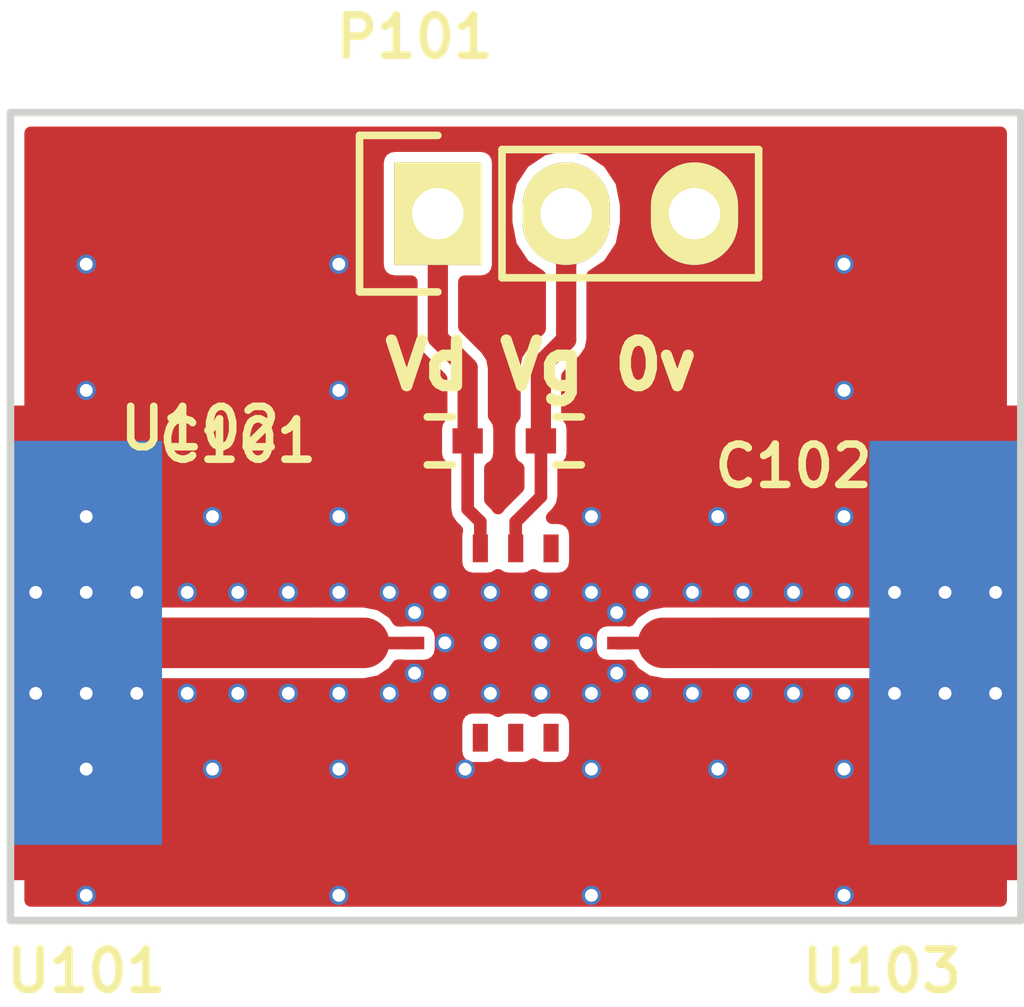
<source format=kicad_pcb>
(kicad_pcb (version 4) (host pcbnew 4.0.4-stable)

  (general
    (links 83)
    (no_connects 1)
    (area 131.468238 92.238 165.531762 112.342)
    (thickness 1.6)
    (drawings 5)
    (tracks 24)
    (zones 0)
    (modules 77)
    (nets 6)
  )

  (page A4)
  (layers
    (0 F.Cu signal)
    (1 In1.Cu signal)
    (2 In2.Cu signal)
    (31 B.Cu signal)
    (32 B.Adhes user)
    (33 F.Adhes user)
    (34 B.Paste user)
    (35 F.Paste user)
    (36 B.SilkS user)
    (37 F.SilkS user)
    (38 B.Mask user)
    (39 F.Mask user)
    (40 Dwgs.User user)
    (41 Cmts.User user)
    (42 Eco1.User user)
    (43 Eco2.User user)
    (44 Edge.Cuts user)
    (45 Margin user)
    (46 B.CrtYd user)
    (47 F.CrtYd user)
    (48 B.Fab user)
    (49 F.Fab user)
  )

  (setup
    (last_trace_width 0.25)
    (user_trace_width 0.4)
    (user_trace_width 1)
    (trace_clearance 0.127)
    (zone_clearance 0.508)
    (zone_45_only no)
    (trace_min 0.2)
    (segment_width 0.2)
    (edge_width 0.15)
    (via_size 0.6)
    (via_drill 0.4)
    (via_min_size 0.4)
    (via_min_drill 0.3)
    (uvia_size 0.3)
    (uvia_drill 0.1)
    (uvias_allowed no)
    (uvia_min_size 0.2)
    (uvia_min_drill 0.1)
    (pcb_text_width 0.3)
    (pcb_text_size 1.5 1.5)
    (mod_edge_width 0.15)
    (mod_text_size 0.8 0.8)
    (mod_text_width 0.15)
    (pad_size 0.381 0.381)
    (pad_drill 0.254)
    (pad_to_mask_clearance 0.05)
    (aux_axis_origin 0 0)
    (visible_elements FFFEFF7F)
    (pcbplotparams
      (layerselection 0x010f0_80000007)
      (usegerberextensions true)
      (excludeedgelayer true)
      (linewidth 0.100000)
      (plotframeref false)
      (viasonmask false)
      (mode 1)
      (useauxorigin false)
      (hpglpennumber 1)
      (hpglpenspeed 20)
      (hpglpendiameter 15)
      (hpglpenoverlay 2)
      (psnegative false)
      (psa4output false)
      (plotreference true)
      (plotvalue true)
      (plotinvisibletext false)
      (padsonsilk false)
      (subtractmaskfromsilk false)
      (outputformat 1)
      (mirror false)
      (drillshape 0)
      (scaleselection 1)
      (outputdirectory gerbs/))
  )

  (net 0 "")
  (net 1 "Net-(C101-Pad1)")
  (net 2 GND)
  (net 3 "Net-(C102-Pad1)")
  (net 4 "Net-(U101-Pad1)")
  (net 5 "Net-(U102-Pad4)")

  (net_class Default "This is the default net class."
    (clearance 0.127)
    (trace_width 0.25)
    (via_dia 0.6)
    (via_drill 0.4)
    (uvia_dia 0.3)
    (uvia_drill 0.1)
    (add_net GND)
    (add_net "Net-(C101-Pad1)")
    (add_net "Net-(C102-Pad1)")
    (add_net "Net-(U101-Pad1)")
    (add_net "Net-(U102-Pad4)")
  )

  (module vna_footprints:VIA_OSH4LAYER_MIN (layer F.Cu) (tedit 5809B035) (tstamp 5809B162)
    (at 148 106)
    (fp_text reference REF** (at 0 -2.5) (layer F.SilkS) hide
      (effects (font (size 1 1) (thickness 0.15)))
    )
    (fp_text value VIA_OSH4LAYER_MIN (at 0 -1.2) (layer F.Fab) hide
      (effects (font (size 1 1) (thickness 0.15)))
    )
    (pad 1 thru_hole circle (at 0 0) (size 0.381 0.381) (drill 0.254) (layers *.Cu)
      (net 2 GND))
  )

  (module vna_footprints:VIA_OSH4LAYER_MIN (layer F.Cu) (tedit 5809B035) (tstamp 5809B15E)
    (at 148 104)
    (fp_text reference REF** (at 0 -2.5) (layer F.SilkS) hide
      (effects (font (size 1 1) (thickness 0.15)))
    )
    (fp_text value VIA_OSH4LAYER_MIN (at 0 -1.2) (layer F.Fab) hide
      (effects (font (size 1 1) (thickness 0.15)))
    )
    (pad 1 thru_hole circle (at 0 0) (size 0.381 0.381) (drill 0.254) (layers *.Cu)
      (net 2 GND))
  )

  (module vna_footprints:VIA_OSH4LAYER_MIN (layer F.Cu) (tedit 5809B035) (tstamp 5809B159)
    (at 144 106)
    (fp_text reference REF** (at 0 -2.5) (layer F.SilkS) hide
      (effects (font (size 1 1) (thickness 0.15)))
    )
    (fp_text value VIA_OSH4LAYER_MIN (at 0 -1.2) (layer F.Fab) hide
      (effects (font (size 1 1) (thickness 0.15)))
    )
    (pad 1 thru_hole circle (at 0 0) (size 0.381 0.381) (drill 0.254) (layers *.Cu)
      (net 2 GND))
  )

  (module vna_footprints:VIA_OSH4LAYER_MIN (layer F.Cu) (tedit 5809B035) (tstamp 5809B154)
    (at 146.5 105.6)
    (fp_text reference REF** (at 0 -2.5) (layer F.SilkS) hide
      (effects (font (size 1 1) (thickness 0.15)))
    )
    (fp_text value VIA_OSH4LAYER_MIN (at 0 -1.2) (layer F.Fab) hide
      (effects (font (size 1 1) (thickness 0.15)))
    )
    (pad 1 thru_hole circle (at 0 0) (size 0.381 0.381) (drill 0.254) (layers *.Cu)
      (net 2 GND))
  )

  (module vna_footprints:VIA_OSH4LAYER_MIN (layer F.Cu) (tedit 5809B035) (tstamp 5809B150)
    (at 146.5 104.4)
    (fp_text reference REF** (at 0 -2.5) (layer F.SilkS) hide
      (effects (font (size 1 1) (thickness 0.15)))
    )
    (fp_text value VIA_OSH4LAYER_MIN (at 0 -1.2) (layer F.Fab) hide
      (effects (font (size 1 1) (thickness 0.15)))
    )
    (pad 1 thru_hole circle (at 0 0) (size 0.381 0.381) (drill 0.254) (layers *.Cu)
      (net 2 GND))
  )

  (module vna_footprints:VIA_OSH4LAYER_MIN (layer F.Cu) (tedit 5809B035) (tstamp 5809B14C)
    (at 150.5 104.4)
    (fp_text reference REF** (at 0 -2.5) (layer F.SilkS) hide
      (effects (font (size 1 1) (thickness 0.15)))
    )
    (fp_text value VIA_OSH4LAYER_MIN (at 0 -1.2) (layer F.Fab) hide
      (effects (font (size 1 1) (thickness 0.15)))
    )
    (pad 1 thru_hole circle (at 0 0) (size 0.381 0.381) (drill 0.254) (layers *.Cu)
      (net 2 GND))
  )

  (module vna_footprints:VIA_OSH4LAYER_MIN (layer F.Cu) (tedit 5809B035) (tstamp 5809B148)
    (at 150.5 105.6)
    (fp_text reference REF** (at 0 -2.5) (layer F.SilkS) hide
      (effects (font (size 1 1) (thickness 0.15)))
    )
    (fp_text value VIA_OSH4LAYER_MIN (at 0 -1.2) (layer F.Fab) hide
      (effects (font (size 1 1) (thickness 0.15)))
    )
    (pad 1 thru_hole circle (at 0 0) (size 0.381 0.381) (drill 0.254) (layers *.Cu)
      (net 2 GND))
  )

  (module vna_footprints:VIA_OSH4LAYER_MIN (layer F.Cu) (tedit 5809B035) (tstamp 5809B144)
    (at 149.9 105)
    (fp_text reference REF** (at 0 -2.5) (layer F.SilkS) hide
      (effects (font (size 1 1) (thickness 0.15)))
    )
    (fp_text value VIA_OSH4LAYER_MIN (at 0 -1.2) (layer F.Fab) hide
      (effects (font (size 1 1) (thickness 0.15)))
    )
    (pad 1 thru_hole circle (at 0 0) (size 0.381 0.381) (drill 0.254) (layers *.Cu)
      (net 2 GND))
  )

  (module vna_footprints:VIA_OSH4LAYER_MIN (layer F.Cu) (tedit 5809B035) (tstamp 5809B140)
    (at 147.1 105)
    (fp_text reference REF** (at 0 -2.5) (layer F.SilkS) hide
      (effects (font (size 1 1) (thickness 0.15)))
    )
    (fp_text value VIA_OSH4LAYER_MIN (at 0 -1.2) (layer F.Fab) hide
      (effects (font (size 1 1) (thickness 0.15)))
    )
    (pad 1 thru_hole circle (at 0 0) (size 0.381 0.381) (drill 0.254) (layers *.Cu)
      (net 2 GND))
  )

  (module vna_footprints:VIA_OSH4LAYER_MIN (layer F.Cu) (tedit 5809B035) (tstamp 5809B136)
    (at 155 110)
    (fp_text reference REF** (at 0 -2.5) (layer F.SilkS) hide
      (effects (font (size 1 1) (thickness 0.15)))
    )
    (fp_text value VIA_OSH4LAYER_MIN (at 0 -1.2) (layer F.Fab) hide
      (effects (font (size 1 1) (thickness 0.15)))
    )
    (pad 1 thru_hole circle (at 0 0) (size 0.381 0.381) (drill 0.254) (layers *.Cu)
      (net 2 GND))
  )

  (module vna_footprints:VIA_OSH4LAYER_MIN (layer F.Cu) (tedit 5809B035) (tstamp 5809B132)
    (at 150 110)
    (fp_text reference REF** (at 0 -2.5) (layer F.SilkS) hide
      (effects (font (size 1 1) (thickness 0.15)))
    )
    (fp_text value VIA_OSH4LAYER_MIN (at 0 -1.2) (layer F.Fab) hide
      (effects (font (size 1 1) (thickness 0.15)))
    )
    (pad 1 thru_hole circle (at 0 0) (size 0.381 0.381) (drill 0.254) (layers *.Cu)
      (net 2 GND))
  )

  (module vna_footprints:VIA_OSH4LAYER_MIN (layer F.Cu) (tedit 5809B035) (tstamp 5809B12E)
    (at 145 110)
    (fp_text reference REF** (at 0 -2.5) (layer F.SilkS) hide
      (effects (font (size 1 1) (thickness 0.15)))
    )
    (fp_text value VIA_OSH4LAYER_MIN (at 0 -1.2) (layer F.Fab) hide
      (effects (font (size 1 1) (thickness 0.15)))
    )
    (pad 1 thru_hole circle (at 0 0) (size 0.381 0.381) (drill 0.254) (layers *.Cu)
      (net 2 GND))
  )

  (module vna_footprints:VIA_OSH4LAYER_MIN (layer F.Cu) (tedit 5809B035) (tstamp 5809B12A)
    (at 140 110)
    (fp_text reference REF** (at 0 -2.5) (layer F.SilkS) hide
      (effects (font (size 1 1) (thickness 0.15)))
    )
    (fp_text value VIA_OSH4LAYER_MIN (at 0 -1.2) (layer F.Fab) hide
      (effects (font (size 1 1) (thickness 0.15)))
    )
    (pad 1 thru_hole circle (at 0 0) (size 0.381 0.381) (drill 0.254) (layers *.Cu)
      (net 2 GND))
  )

  (module vna_footprints:VIA_OSH4LAYER_MIN (layer F.Cu) (tedit 5809B035) (tstamp 5809B126)
    (at 140 100)
    (fp_text reference REF** (at 0 -2.5) (layer F.SilkS) hide
      (effects (font (size 1 1) (thickness 0.15)))
    )
    (fp_text value VIA_OSH4LAYER_MIN (at 0 -1.2) (layer F.Fab) hide
      (effects (font (size 1 1) (thickness 0.15)))
    )
    (pad 1 thru_hole circle (at 0 0) (size 0.381 0.381) (drill 0.254) (layers *.Cu)
      (net 2 GND))
  )

  (module vna_footprints:VIA_OSH4LAYER_MIN (layer F.Cu) (tedit 5809B035) (tstamp 5809B122)
    (at 145 100)
    (fp_text reference REF** (at 0 -2.5) (layer F.SilkS) hide
      (effects (font (size 1 1) (thickness 0.15)))
    )
    (fp_text value VIA_OSH4LAYER_MIN (at 0 -1.2) (layer F.Fab) hide
      (effects (font (size 1 1) (thickness 0.15)))
    )
    (pad 1 thru_hole circle (at 0 0) (size 0.381 0.381) (drill 0.254) (layers *.Cu)
      (net 2 GND))
  )

  (module vna_footprints:VIA_OSH4LAYER_MIN (layer F.Cu) (tedit 5809B035) (tstamp 5809B11E)
    (at 155 100)
    (fp_text reference REF** (at 0 -2.5) (layer F.SilkS) hide
      (effects (font (size 1 1) (thickness 0.15)))
    )
    (fp_text value VIA_OSH4LAYER_MIN (at 0 -1.2) (layer F.Fab) hide
      (effects (font (size 1 1) (thickness 0.15)))
    )
    (pad 1 thru_hole circle (at 0 0) (size 0.381 0.381) (drill 0.254) (layers *.Cu)
      (net 2 GND))
  )

  (module vna_footprints:VIA_OSH4LAYER_MIN (layer F.Cu) (tedit 5809B035) (tstamp 5809B11A)
    (at 155 97.5)
    (fp_text reference REF** (at 0 -2.5) (layer F.SilkS) hide
      (effects (font (size 1 1) (thickness 0.15)))
    )
    (fp_text value VIA_OSH4LAYER_MIN (at 0 -1.2) (layer F.Fab) hide
      (effects (font (size 1 1) (thickness 0.15)))
    )
    (pad 1 thru_hole circle (at 0 0) (size 0.381 0.381) (drill 0.254) (layers *.Cu)
      (net 2 GND))
  )

  (module vna_footprints:VIA_OSH4LAYER_MIN (layer F.Cu) (tedit 5809B035) (tstamp 5809B116)
    (at 145 97.5)
    (fp_text reference REF** (at 0 -2.5) (layer F.SilkS) hide
      (effects (font (size 1 1) (thickness 0.15)))
    )
    (fp_text value VIA_OSH4LAYER_MIN (at 0 -1.2) (layer F.Fab) hide
      (effects (font (size 1 1) (thickness 0.15)))
    )
    (pad 1 thru_hole circle (at 0 0) (size 0.381 0.381) (drill 0.254) (layers *.Cu)
      (net 2 GND))
  )

  (module vna_footprints:VIA_OSH4LAYER_MIN (layer F.Cu) (tedit 5809B035) (tstamp 5809B112)
    (at 140 97.5)
    (fp_text reference REF** (at 0 -2.5) (layer F.SilkS) hide
      (effects (font (size 1 1) (thickness 0.15)))
    )
    (fp_text value VIA_OSH4LAYER_MIN (at 0 -1.2) (layer F.Fab) hide
      (effects (font (size 1 1) (thickness 0.15)))
    )
    (pad 1 thru_hole circle (at 0 0) (size 0.381 0.381) (drill 0.254) (layers *.Cu)
      (net 2 GND))
  )

  (module vna_footprints:VIA_OSH4LAYER_MIN (layer F.Cu) (tedit 5809B035) (tstamp 5809B10E)
    (at 140 102.5)
    (fp_text reference REF** (at 0 -2.5) (layer F.SilkS) hide
      (effects (font (size 1 1) (thickness 0.15)))
    )
    (fp_text value VIA_OSH4LAYER_MIN (at 0 -1.2) (layer F.Fab) hide
      (effects (font (size 1 1) (thickness 0.15)))
    )
    (pad 1 thru_hole circle (at 0 0) (size 0.381 0.381) (drill 0.254) (layers *.Cu)
      (net 2 GND))
  )

  (module vna_footprints:VIA_OSH4LAYER_MIN (layer F.Cu) (tedit 5809B035) (tstamp 5809B10A)
    (at 140 107.5)
    (fp_text reference REF** (at 0 -2.5) (layer F.SilkS) hide
      (effects (font (size 1 1) (thickness 0.15)))
    )
    (fp_text value VIA_OSH4LAYER_MIN (at 0 -1.2) (layer F.Fab) hide
      (effects (font (size 1 1) (thickness 0.15)))
    )
    (pad 1 thru_hole circle (at 0 0) (size 0.381 0.381) (drill 0.254) (layers *.Cu)
      (net 2 GND))
  )

  (module vna_footprints:VIA_OSH4LAYER_MIN (layer F.Cu) (tedit 5809B035) (tstamp 5809B106)
    (at 142.5 107.5)
    (fp_text reference REF** (at 0 -2.5) (layer F.SilkS) hide
      (effects (font (size 1 1) (thickness 0.15)))
    )
    (fp_text value VIA_OSH4LAYER_MIN (at 0 -1.2) (layer F.Fab) hide
      (effects (font (size 1 1) (thickness 0.15)))
    )
    (pad 1 thru_hole circle (at 0 0) (size 0.381 0.381) (drill 0.254) (layers *.Cu)
      (net 2 GND))
  )

  (module vna_footprints:VIA_OSH4LAYER_MIN (layer F.Cu) (tedit 5809B035) (tstamp 5809B102)
    (at 142.5 102.5)
    (fp_text reference REF** (at 0 -2.5) (layer F.SilkS) hide
      (effects (font (size 1 1) (thickness 0.15)))
    )
    (fp_text value VIA_OSH4LAYER_MIN (at 0 -1.2) (layer F.Fab) hide
      (effects (font (size 1 1) (thickness 0.15)))
    )
    (pad 1 thru_hole circle (at 0 0) (size 0.381 0.381) (drill 0.254) (layers *.Cu)
      (net 2 GND))
  )

  (module vna_footprints:VIA_OSH4LAYER_MIN (layer F.Cu) (tedit 5809B035) (tstamp 5809B0FE)
    (at 147.5 107.5)
    (fp_text reference REF** (at 0 -2.5) (layer F.SilkS) hide
      (effects (font (size 1 1) (thickness 0.15)))
    )
    (fp_text value VIA_OSH4LAYER_MIN (at 0 -1.2) (layer F.Fab) hide
      (effects (font (size 1 1) (thickness 0.15)))
    )
    (pad 1 thru_hole circle (at 0 0) (size 0.381 0.381) (drill 0.254) (layers *.Cu)
      (net 2 GND))
  )

  (module vna_footprints:VIA_OSH4LAYER_MIN (layer F.Cu) (tedit 5809B035) (tstamp 5809B0FA)
    (at 145 107.5)
    (fp_text reference REF** (at 0 -2.5) (layer F.SilkS) hide
      (effects (font (size 1 1) (thickness 0.15)))
    )
    (fp_text value VIA_OSH4LAYER_MIN (at 0 -1.2) (layer F.Fab) hide
      (effects (font (size 1 1) (thickness 0.15)))
    )
    (pad 1 thru_hole circle (at 0 0) (size 0.381 0.381) (drill 0.254) (layers *.Cu)
      (net 2 GND))
  )

  (module vna_footprints:VIA_OSH4LAYER_MIN (layer F.Cu) (tedit 5809B035) (tstamp 5809B0F6)
    (at 145 102.5)
    (fp_text reference REF** (at 0 -2.5) (layer F.SilkS) hide
      (effects (font (size 1 1) (thickness 0.15)))
    )
    (fp_text value VIA_OSH4LAYER_MIN (at 0 -1.2) (layer F.Fab) hide
      (effects (font (size 1 1) (thickness 0.15)))
    )
    (pad 1 thru_hole circle (at 0 0) (size 0.381 0.381) (drill 0.254) (layers *.Cu)
      (net 2 GND))
  )

  (module vna_footprints:VIA_OSH4LAYER_MIN (layer F.Cu) (tedit 5809B035) (tstamp 5809B0F2)
    (at 150 102.5)
    (fp_text reference REF** (at 0 -2.5) (layer F.SilkS) hide
      (effects (font (size 1 1) (thickness 0.15)))
    )
    (fp_text value VIA_OSH4LAYER_MIN (at 0 -1.2) (layer F.Fab) hide
      (effects (font (size 1 1) (thickness 0.15)))
    )
    (pad 1 thru_hole circle (at 0 0) (size 0.381 0.381) (drill 0.254) (layers *.Cu)
      (net 2 GND))
  )

  (module vna_footprints:VIA_OSH4LAYER_MIN (layer F.Cu) (tedit 5809B035) (tstamp 5809B0EE)
    (at 150 107.5)
    (fp_text reference REF** (at 0 -2.5) (layer F.SilkS) hide
      (effects (font (size 1 1) (thickness 0.15)))
    )
    (fp_text value VIA_OSH4LAYER_MIN (at 0 -1.2) (layer F.Fab) hide
      (effects (font (size 1 1) (thickness 0.15)))
    )
    (pad 1 thru_hole circle (at 0 0) (size 0.381 0.381) (drill 0.254) (layers *.Cu)
      (net 2 GND))
  )

  (module vna_footprints:VIA_OSH4LAYER_MIN (layer F.Cu) (tedit 5809B035) (tstamp 5809B0EA)
    (at 152.5 107.5)
    (fp_text reference REF** (at 0 -2.5) (layer F.SilkS) hide
      (effects (font (size 1 1) (thickness 0.15)))
    )
    (fp_text value VIA_OSH4LAYER_MIN (at 0 -1.2) (layer F.Fab) hide
      (effects (font (size 1 1) (thickness 0.15)))
    )
    (pad 1 thru_hole circle (at 0 0) (size 0.381 0.381) (drill 0.254) (layers *.Cu)
      (net 2 GND))
  )

  (module vna_footprints:VIA_OSH4LAYER_MIN (layer F.Cu) (tedit 5809B035) (tstamp 5809B0E6)
    (at 152.5 102.5)
    (fp_text reference REF** (at 0 -2.5) (layer F.SilkS) hide
      (effects (font (size 1 1) (thickness 0.15)))
    )
    (fp_text value VIA_OSH4LAYER_MIN (at 0 -1.2) (layer F.Fab) hide
      (effects (font (size 1 1) (thickness 0.15)))
    )
    (pad 1 thru_hole circle (at 0 0) (size 0.381 0.381) (drill 0.254) (layers *.Cu)
      (net 2 GND))
  )

  (module vna_footprints:VIA_OSH4LAYER_MIN (layer F.Cu) (tedit 5809B035) (tstamp 5809B0E2)
    (at 155 102.5)
    (fp_text reference REF** (at 0 -2.5) (layer F.SilkS) hide
      (effects (font (size 1 1) (thickness 0.15)))
    )
    (fp_text value VIA_OSH4LAYER_MIN (at 0 -1.2) (layer F.Fab) hide
      (effects (font (size 1 1) (thickness 0.15)))
    )
    (pad 1 thru_hole circle (at 0 0) (size 0.381 0.381) (drill 0.254) (layers *.Cu)
      (net 2 GND))
  )

  (module vna_footprints:VIA_OSH4LAYER_MIN (layer F.Cu) (tedit 5809B035) (tstamp 5809B0DE)
    (at 155 107.5)
    (fp_text reference REF** (at 0 -2.5) (layer F.SilkS) hide
      (effects (font (size 1 1) (thickness 0.15)))
    )
    (fp_text value VIA_OSH4LAYER_MIN (at 0 -1.2) (layer F.Fab) hide
      (effects (font (size 1 1) (thickness 0.15)))
    )
    (pad 1 thru_hole circle (at 0 0) (size 0.381 0.381) (drill 0.254) (layers *.Cu)
      (net 2 GND))
  )

  (module vna_footprints:VIA_OSH4LAYER_MIN (layer F.Cu) (tedit 5809B035) (tstamp 5809B0D5)
    (at 158 106)
    (fp_text reference REF** (at 0 -2.5) (layer F.SilkS) hide
      (effects (font (size 1 1) (thickness 0.15)))
    )
    (fp_text value VIA_OSH4LAYER_MIN (at 0 -1.2) (layer F.Fab) hide
      (effects (font (size 1 1) (thickness 0.15)))
    )
    (pad 1 thru_hole circle (at 0 0) (size 0.381 0.381) (drill 0.254) (layers *.Cu)
      (net 2 GND))
  )

  (module vna_footprints:VIA_OSH4LAYER_MIN (layer F.Cu) (tedit 5809B035) (tstamp 5809B0D1)
    (at 157 106)
    (fp_text reference REF** (at 0 -2.5) (layer F.SilkS) hide
      (effects (font (size 1 1) (thickness 0.15)))
    )
    (fp_text value VIA_OSH4LAYER_MIN (at 0 -1.2) (layer F.Fab) hide
      (effects (font (size 1 1) (thickness 0.15)))
    )
    (pad 1 thru_hole circle (at 0 0) (size 0.381 0.381) (drill 0.254) (layers *.Cu)
      (net 2 GND))
  )

  (module vna_footprints:VIA_OSH4LAYER_MIN (layer F.Cu) (tedit 5809B035) (tstamp 5809B0CD)
    (at 156 106)
    (fp_text reference REF** (at 0 -2.5) (layer F.SilkS) hide
      (effects (font (size 1 1) (thickness 0.15)))
    )
    (fp_text value VIA_OSH4LAYER_MIN (at 0 -1.2) (layer F.Fab) hide
      (effects (font (size 1 1) (thickness 0.15)))
    )
    (pad 1 thru_hole circle (at 0 0) (size 0.381 0.381) (drill 0.254) (layers *.Cu)
      (net 2 GND))
  )

  (module vna_footprints:VIA_OSH4LAYER_MIN (layer F.Cu) (tedit 5809B035) (tstamp 5809B0C9)
    (at 155 106)
    (fp_text reference REF** (at 0 -2.5) (layer F.SilkS) hide
      (effects (font (size 1 1) (thickness 0.15)))
    )
    (fp_text value VIA_OSH4LAYER_MIN (at 0 -1.2) (layer F.Fab) hide
      (effects (font (size 1 1) (thickness 0.15)))
    )
    (pad 1 thru_hole circle (at 0 0) (size 0.381 0.381) (drill 0.254) (layers *.Cu)
      (net 2 GND))
  )

  (module vna_footprints:VIA_OSH4LAYER_MIN (layer F.Cu) (tedit 5809B035) (tstamp 5809B0C5)
    (at 154 106)
    (fp_text reference REF** (at 0 -2.5) (layer F.SilkS) hide
      (effects (font (size 1 1) (thickness 0.15)))
    )
    (fp_text value VIA_OSH4LAYER_MIN (at 0 -1.2) (layer F.Fab) hide
      (effects (font (size 1 1) (thickness 0.15)))
    )
    (pad 1 thru_hole circle (at 0 0) (size 0.381 0.381) (drill 0.254) (layers *.Cu)
      (net 2 GND))
  )

  (module vna_footprints:VIA_OSH4LAYER_MIN (layer F.Cu) (tedit 5809B035) (tstamp 5809B0C1)
    (at 153 106)
    (fp_text reference REF** (at 0 -2.5) (layer F.SilkS) hide
      (effects (font (size 1 1) (thickness 0.15)))
    )
    (fp_text value VIA_OSH4LAYER_MIN (at 0 -1.2) (layer F.Fab) hide
      (effects (font (size 1 1) (thickness 0.15)))
    )
    (pad 1 thru_hole circle (at 0 0) (size 0.381 0.381) (drill 0.254) (layers *.Cu)
      (net 2 GND))
  )

  (module vna_footprints:VIA_OSH4LAYER_MIN (layer F.Cu) (tedit 5809B035) (tstamp 5809B0BD)
    (at 152 106)
    (fp_text reference REF** (at 0 -2.5) (layer F.SilkS) hide
      (effects (font (size 1 1) (thickness 0.15)))
    )
    (fp_text value VIA_OSH4LAYER_MIN (at 0 -1.2) (layer F.Fab) hide
      (effects (font (size 1 1) (thickness 0.15)))
    )
    (pad 1 thru_hole circle (at 0 0) (size 0.381 0.381) (drill 0.254) (layers *.Cu)
      (net 2 GND))
  )

  (module vna_footprints:VIA_OSH4LAYER_MIN (layer F.Cu) (tedit 5809B035) (tstamp 5809B0B9)
    (at 151 106)
    (fp_text reference REF** (at 0 -2.5) (layer F.SilkS) hide
      (effects (font (size 1 1) (thickness 0.15)))
    )
    (fp_text value VIA_OSH4LAYER_MIN (at 0 -1.2) (layer F.Fab) hide
      (effects (font (size 1 1) (thickness 0.15)))
    )
    (pad 1 thru_hole circle (at 0 0) (size 0.381 0.381) (drill 0.254) (layers *.Cu)
      (net 2 GND))
  )

  (module vna_footprints:VIA_OSH4LAYER_MIN (layer F.Cu) (tedit 5809B035) (tstamp 5809B0B5)
    (at 150 106)
    (fp_text reference REF** (at 0 -2.5) (layer F.SilkS) hide
      (effects (font (size 1 1) (thickness 0.15)))
    )
    (fp_text value VIA_OSH4LAYER_MIN (at 0 -1.2) (layer F.Fab) hide
      (effects (font (size 1 1) (thickness 0.15)))
    )
    (pad 1 thru_hole circle (at 0 0) (size 0.381 0.381) (drill 0.254) (layers *.Cu)
      (net 2 GND))
  )

  (module vna_footprints:VIA_OSH4LAYER_MIN (layer F.Cu) (tedit 5809B035) (tstamp 5809B0B1)
    (at 149 106)
    (fp_text reference REF** (at 0 -2.5) (layer F.SilkS) hide
      (effects (font (size 1 1) (thickness 0.15)))
    )
    (fp_text value VIA_OSH4LAYER_MIN (at 0 -1.2) (layer F.Fab) hide
      (effects (font (size 1 1) (thickness 0.15)))
    )
    (pad 1 thru_hole circle (at 0 0) (size 0.381 0.381) (drill 0.254) (layers *.Cu)
      (net 2 GND))
  )

  (module vna_footprints:VIA_OSH4LAYER_MIN (layer F.Cu) (tedit 5809B035) (tstamp 5809B0AD)
    (at 149 105)
    (fp_text reference REF** (at 0 -2.5) (layer F.SilkS) hide
      (effects (font (size 1 1) (thickness 0.15)))
    )
    (fp_text value VIA_OSH4LAYER_MIN (at 0 -1.2) (layer F.Fab) hide
      (effects (font (size 1 1) (thickness 0.15)))
    )
    (pad 1 thru_hole circle (at 0 0) (size 0.381 0.381) (drill 0.254) (layers *.Cu)
      (net 2 GND))
  )

  (module vna_footprints:VIA_OSH4LAYER_MIN (layer F.Cu) (tedit 5809B035) (tstamp 5809B0A9)
    (at 149 104)
    (fp_text reference REF** (at 0 -2.5) (layer F.SilkS) hide
      (effects (font (size 1 1) (thickness 0.15)))
    )
    (fp_text value VIA_OSH4LAYER_MIN (at 0 -1.2) (layer F.Fab) hide
      (effects (font (size 1 1) (thickness 0.15)))
    )
    (pad 1 thru_hole circle (at 0 0) (size 0.381 0.381) (drill 0.254) (layers *.Cu)
      (net 2 GND))
  )

  (module vna_footprints:VIA_OSH4LAYER_MIN (layer F.Cu) (tedit 5809B035) (tstamp 5809B0A5)
    (at 150 104)
    (fp_text reference REF** (at 0 -2.5) (layer F.SilkS) hide
      (effects (font (size 1 1) (thickness 0.15)))
    )
    (fp_text value VIA_OSH4LAYER_MIN (at 0 -1.2) (layer F.Fab) hide
      (effects (font (size 1 1) (thickness 0.15)))
    )
    (pad 1 thru_hole circle (at 0 0) (size 0.381 0.381) (drill 0.254) (layers *.Cu)
      (net 2 GND))
  )

  (module vna_footprints:VIA_OSH4LAYER_MIN (layer F.Cu) (tedit 5809B035) (tstamp 5809B0A1)
    (at 151 104)
    (fp_text reference REF** (at 0 -2.5) (layer F.SilkS) hide
      (effects (font (size 1 1) (thickness 0.15)))
    )
    (fp_text value VIA_OSH4LAYER_MIN (at 0 -1.2) (layer F.Fab) hide
      (effects (font (size 1 1) (thickness 0.15)))
    )
    (pad 1 thru_hole circle (at 0 0) (size 0.381 0.381) (drill 0.254) (layers *.Cu)
      (net 2 GND))
  )

  (module vna_footprints:VIA_OSH4LAYER_MIN (layer F.Cu) (tedit 5809B035) (tstamp 5809B09D)
    (at 152 104)
    (fp_text reference REF** (at 0 -2.5) (layer F.SilkS) hide
      (effects (font (size 1 1) (thickness 0.15)))
    )
    (fp_text value VIA_OSH4LAYER_MIN (at 0 -1.2) (layer F.Fab) hide
      (effects (font (size 1 1) (thickness 0.15)))
    )
    (pad 1 thru_hole circle (at 0 0) (size 0.381 0.381) (drill 0.254) (layers *.Cu)
      (net 2 GND))
  )

  (module vna_footprints:VIA_OSH4LAYER_MIN (layer F.Cu) (tedit 5809B035) (tstamp 5809B099)
    (at 153 104)
    (fp_text reference REF** (at 0 -2.5) (layer F.SilkS) hide
      (effects (font (size 1 1) (thickness 0.15)))
    )
    (fp_text value VIA_OSH4LAYER_MIN (at 0 -1.2) (layer F.Fab) hide
      (effects (font (size 1 1) (thickness 0.15)))
    )
    (pad 1 thru_hole circle (at 0 0) (size 0.381 0.381) (drill 0.254) (layers *.Cu)
      (net 2 GND))
  )

  (module vna_footprints:VIA_OSH4LAYER_MIN (layer F.Cu) (tedit 5809B035) (tstamp 5809B095)
    (at 154 104)
    (fp_text reference REF** (at 0 -2.5) (layer F.SilkS) hide
      (effects (font (size 1 1) (thickness 0.15)))
    )
    (fp_text value VIA_OSH4LAYER_MIN (at 0 -1.2) (layer F.Fab) hide
      (effects (font (size 1 1) (thickness 0.15)))
    )
    (pad 1 thru_hole circle (at 0 0) (size 0.381 0.381) (drill 0.254) (layers *.Cu)
      (net 2 GND))
  )

  (module vna_footprints:VIA_OSH4LAYER_MIN (layer F.Cu) (tedit 5809B035) (tstamp 5809B091)
    (at 155 104)
    (fp_text reference REF** (at 0 -2.5) (layer F.SilkS) hide
      (effects (font (size 1 1) (thickness 0.15)))
    )
    (fp_text value VIA_OSH4LAYER_MIN (at 0 -1.2) (layer F.Fab) hide
      (effects (font (size 1 1) (thickness 0.15)))
    )
    (pad 1 thru_hole circle (at 0 0) (size 0.381 0.381) (drill 0.254) (layers *.Cu)
      (net 2 GND))
  )

  (module vna_footprints:VIA_OSH4LAYER_MIN (layer F.Cu) (tedit 5809B035) (tstamp 5809B08D)
    (at 156 104)
    (fp_text reference REF** (at 0 -2.5) (layer F.SilkS) hide
      (effects (font (size 1 1) (thickness 0.15)))
    )
    (fp_text value VIA_OSH4LAYER_MIN (at 0 -1.2) (layer F.Fab) hide
      (effects (font (size 1 1) (thickness 0.15)))
    )
    (pad 1 thru_hole circle (at 0 0) (size 0.381 0.381) (drill 0.254) (layers *.Cu)
      (net 2 GND))
  )

  (module vna_footprints:VIA_OSH4LAYER_MIN (layer F.Cu) (tedit 5809B035) (tstamp 5809B089)
    (at 157 104)
    (fp_text reference REF** (at 0 -2.5) (layer F.SilkS) hide
      (effects (font (size 1 1) (thickness 0.15)))
    )
    (fp_text value VIA_OSH4LAYER_MIN (at 0 -1.2) (layer F.Fab) hide
      (effects (font (size 1 1) (thickness 0.15)))
    )
    (pad 1 thru_hole circle (at 0 0) (size 0.381 0.381) (drill 0.254) (layers *.Cu)
      (net 2 GND))
  )

  (module vna_footprints:VIA_OSH4LAYER_MIN (layer F.Cu) (tedit 5809B035) (tstamp 5809B085)
    (at 158 104)
    (fp_text reference REF** (at 0 -2.5) (layer F.SilkS) hide
      (effects (font (size 1 1) (thickness 0.15)))
    )
    (fp_text value VIA_OSH4LAYER_MIN (at 0 -1.2) (layer F.Fab) hide
      (effects (font (size 1 1) (thickness 0.15)))
    )
    (pad 1 thru_hole circle (at 0 0) (size 0.381 0.381) (drill 0.254) (layers *.Cu)
      (net 2 GND))
  )

  (module vna_footprints:VIA_OSH4LAYER_MIN (layer F.Cu) (tedit 5809B035) (tstamp 5809B07F)
    (at 139 104)
    (fp_text reference REF** (at 0 -2.5) (layer F.SilkS) hide
      (effects (font (size 1 1) (thickness 0.15)))
    )
    (fp_text value VIA_OSH4LAYER_MIN (at 0 -1.2) (layer F.Fab) hide
      (effects (font (size 1 1) (thickness 0.15)))
    )
    (pad 1 thru_hole circle (at 0 0) (size 0.381 0.381) (drill 0.254) (layers *.Cu)
      (net 2 GND))
  )

  (module vna_footprints:VIA_OSH4LAYER_MIN (layer F.Cu) (tedit 5809B035) (tstamp 5809B07B)
    (at 139 106)
    (fp_text reference REF** (at 0 -2.5) (layer F.SilkS) hide
      (effects (font (size 1 1) (thickness 0.15)))
    )
    (fp_text value VIA_OSH4LAYER_MIN (at 0 -1.2) (layer F.Fab) hide
      (effects (font (size 1 1) (thickness 0.15)))
    )
    (pad 1 thru_hole circle (at 0 0) (size 0.381 0.381) (drill 0.254) (layers *.Cu)
      (net 2 GND))
  )

  (module vna_footprints:VIA_OSH4LAYER_MIN (layer F.Cu) (tedit 5809B035) (tstamp 5809B077)
    (at 140 106)
    (fp_text reference REF** (at 0 -2.5) (layer F.SilkS) hide
      (effects (font (size 1 1) (thickness 0.15)))
    )
    (fp_text value VIA_OSH4LAYER_MIN (at 0 -1.2) (layer F.Fab) hide
      (effects (font (size 1 1) (thickness 0.15)))
    )
    (pad 1 thru_hole circle (at 0 0) (size 0.381 0.381) (drill 0.254) (layers *.Cu)
      (net 2 GND))
  )

  (module vna_footprints:VIA_OSH4LAYER_MIN (layer F.Cu) (tedit 5809B035) (tstamp 5809B073)
    (at 141 106)
    (fp_text reference REF** (at 0 -2.5) (layer F.SilkS) hide
      (effects (font (size 1 1) (thickness 0.15)))
    )
    (fp_text value VIA_OSH4LAYER_MIN (at 0 -1.2) (layer F.Fab) hide
      (effects (font (size 1 1) (thickness 0.15)))
    )
    (pad 1 thru_hole circle (at 0 0) (size 0.381 0.381) (drill 0.254) (layers *.Cu)
      (net 2 GND))
  )

  (module vna_footprints:VIA_OSH4LAYER_MIN (layer F.Cu) (tedit 5809B035) (tstamp 5809B06F)
    (at 142 106)
    (fp_text reference REF** (at 0 -2.5) (layer F.SilkS) hide
      (effects (font (size 1 1) (thickness 0.15)))
    )
    (fp_text value VIA_OSH4LAYER_MIN (at 0 -1.2) (layer F.Fab) hide
      (effects (font (size 1 1) (thickness 0.15)))
    )
    (pad 1 thru_hole circle (at 0 0) (size 0.381 0.381) (drill 0.254) (layers *.Cu)
      (net 2 GND))
  )

  (module vna_footprints:VIA_OSH4LAYER_MIN (layer F.Cu) (tedit 5809B035) (tstamp 5809B06B)
    (at 143 106)
    (fp_text reference REF** (at 0 -2.5) (layer F.SilkS) hide
      (effects (font (size 1 1) (thickness 0.15)))
    )
    (fp_text value VIA_OSH4LAYER_MIN (at 0 -1.2) (layer F.Fab) hide
      (effects (font (size 1 1) (thickness 0.15)))
    )
    (pad 1 thru_hole circle (at 0 0) (size 0.381 0.381) (drill 0.254) (layers *.Cu)
      (net 2 GND))
  )

  (module vna_footprints:VIA_OSH4LAYER_MIN (layer F.Cu) (tedit 5809B035) (tstamp 5809B067)
    (at 145 106)
    (fp_text reference REF** (at 0 -2.5) (layer F.SilkS) hide
      (effects (font (size 1 1) (thickness 0.15)))
    )
    (fp_text value VIA_OSH4LAYER_MIN (at 0 -1.2) (layer F.Fab) hide
      (effects (font (size 1 1) (thickness 0.15)))
    )
    (pad 1 thru_hole circle (at 0 0) (size 0.381 0.381) (drill 0.254) (layers *.Cu)
      (net 2 GND))
  )

  (module vna_footprints:VIA_OSH4LAYER_MIN (layer F.Cu) (tedit 5809B035) (tstamp 5809B063)
    (at 146 106)
    (fp_text reference REF** (at 0 -2.5) (layer F.SilkS) hide
      (effects (font (size 1 1) (thickness 0.15)))
    )
    (fp_text value VIA_OSH4LAYER_MIN (at 0 -1.2) (layer F.Fab) hide
      (effects (font (size 1 1) (thickness 0.15)))
    )
    (pad 1 thru_hole circle (at 0 0) (size 0.381 0.381) (drill 0.254) (layers *.Cu)
      (net 2 GND))
  )

  (module vna_footprints:VIA_OSH4LAYER_MIN (layer F.Cu) (tedit 5809B035) (tstamp 5809B05F)
    (at 147 106)
    (fp_text reference REF** (at 0 -2.5) (layer F.SilkS) hide
      (effects (font (size 1 1) (thickness 0.15)))
    )
    (fp_text value VIA_OSH4LAYER_MIN (at 0 -1.2) (layer F.Fab) hide
      (effects (font (size 1 1) (thickness 0.15)))
    )
    (pad 1 thru_hole circle (at 0 0) (size 0.381 0.381) (drill 0.254) (layers *.Cu)
      (net 2 GND))
  )

  (module vna_footprints:VIA_OSH4LAYER_MIN (layer F.Cu) (tedit 5809B035) (tstamp 5809B05B)
    (at 148 105)
    (fp_text reference REF** (at 0 -2.5) (layer F.SilkS) hide
      (effects (font (size 1 1) (thickness 0.15)))
    )
    (fp_text value VIA_OSH4LAYER_MIN (at 0 -1.2) (layer F.Fab) hide
      (effects (font (size 1 1) (thickness 0.15)))
    )
    (pad 1 thru_hole circle (at 0 0) (size 0.381 0.381) (drill 0.254) (layers *.Cu)
      (net 2 GND))
  )

  (module vna_footprints:VIA_OSH4LAYER_MIN (layer F.Cu) (tedit 5809B035) (tstamp 5809B057)
    (at 147 104)
    (fp_text reference REF** (at 0 -2.5) (layer F.SilkS) hide
      (effects (font (size 1 1) (thickness 0.15)))
    )
    (fp_text value VIA_OSH4LAYER_MIN (at 0 -1.2) (layer F.Fab) hide
      (effects (font (size 1 1) (thickness 0.15)))
    )
    (pad 1 thru_hole circle (at 0 0) (size 0.381 0.381) (drill 0.254) (layers *.Cu)
      (net 2 GND))
  )

  (module vna_footprints:VIA_OSH4LAYER_MIN (layer F.Cu) (tedit 5809B035) (tstamp 5809B053)
    (at 146 104)
    (fp_text reference REF** (at 0 -2.5) (layer F.SilkS) hide
      (effects (font (size 1 1) (thickness 0.15)))
    )
    (fp_text value VIA_OSH4LAYER_MIN (at 0 -1.2) (layer F.Fab) hide
      (effects (font (size 1 1) (thickness 0.15)))
    )
    (pad 1 thru_hole circle (at 0 0) (size 0.381 0.381) (drill 0.254) (layers *.Cu)
      (net 2 GND))
  )

  (module vna_footprints:VIA_OSH4LAYER_MIN (layer F.Cu) (tedit 5809B035) (tstamp 5809B04F)
    (at 145 104)
    (fp_text reference REF** (at 0 -2.5) (layer F.SilkS) hide
      (effects (font (size 1 1) (thickness 0.15)))
    )
    (fp_text value VIA_OSH4LAYER_MIN (at 0 -1.2) (layer F.Fab) hide
      (effects (font (size 1 1) (thickness 0.15)))
    )
    (pad 1 thru_hole circle (at 0 0) (size 0.381 0.381) (drill 0.254) (layers *.Cu)
      (net 2 GND))
  )

  (module vna_footprints:VIA_OSH4LAYER_MIN (layer F.Cu) (tedit 5809B035) (tstamp 5809B04B)
    (at 144 104)
    (fp_text reference REF** (at 0 -2.5) (layer F.SilkS) hide
      (effects (font (size 1 1) (thickness 0.15)))
    )
    (fp_text value VIA_OSH4LAYER_MIN (at 0 -1.2) (layer F.Fab) hide
      (effects (font (size 1 1) (thickness 0.15)))
    )
    (pad 1 thru_hole circle (at 0 0) (size 0.381 0.381) (drill 0.254) (layers *.Cu)
      (net 2 GND))
  )

  (module vna_footprints:VIA_OSH4LAYER_MIN (layer F.Cu) (tedit 5809B035) (tstamp 5809B047)
    (at 143 104)
    (fp_text reference REF** (at 0 -2.5) (layer F.SilkS) hide
      (effects (font (size 1 1) (thickness 0.15)))
    )
    (fp_text value VIA_OSH4LAYER_MIN (at 0 -1.2) (layer F.Fab) hide
      (effects (font (size 1 1) (thickness 0.15)))
    )
    (pad 1 thru_hole circle (at 0 0) (size 0.381 0.381) (drill 0.254) (layers *.Cu)
      (net 2 GND))
  )

  (module vna_footprints:VIA_OSH4LAYER_MIN (layer F.Cu) (tedit 5809B035) (tstamp 5809B043)
    (at 142 104)
    (fp_text reference REF** (at 0 -2.5) (layer F.SilkS) hide
      (effects (font (size 1 1) (thickness 0.15)))
    )
    (fp_text value VIA_OSH4LAYER_MIN (at 0 -1.2) (layer F.Fab) hide
      (effects (font (size 1 1) (thickness 0.15)))
    )
    (pad 1 thru_hole circle (at 0 0) (size 0.381 0.381) (drill 0.254) (layers *.Cu)
      (net 2 GND))
  )

  (module vna_footprints:VIA_OSH4LAYER_MIN (layer F.Cu) (tedit 5809B035) (tstamp 5809B03F)
    (at 141 104)
    (fp_text reference REF** (at 0 -2.5) (layer F.SilkS) hide
      (effects (font (size 1 1) (thickness 0.15)))
    )
    (fp_text value VIA_OSH4LAYER_MIN (at 0 -1.2) (layer F.Fab) hide
      (effects (font (size 1 1) (thickness 0.15)))
    )
    (pad 1 thru_hole circle (at 0 0) (size 0.381 0.381) (drill 0.254) (layers *.Cu)
      (net 2 GND))
  )

  (module vna_footprints:VIA_OSH4LAYER_MIN (layer F.Cu) (tedit 5809B035) (tstamp 5809B03B)
    (at 140 104)
    (fp_text reference REF** (at 0 -2.5) (layer F.SilkS) hide
      (effects (font (size 1 1) (thickness 0.15)))
    )
    (fp_text value VIA_OSH4LAYER_MIN (at 0 -1.2) (layer F.Fab) hide
      (effects (font (size 1 1) (thickness 0.15)))
    )
    (pad 1 thru_hole circle (at 0 0) (size 0.381 0.381) (drill 0.254) (layers *.Cu)
      (net 2 GND))
  )

  (module Capacitors_SMD:C_0402 (layer F.Cu) (tedit 5415D599) (tstamp 5809AE0C)
    (at 147 101 180)
    (descr "Capacitor SMD 0402, reflow soldering, AVX (see smccp.pdf)")
    (tags "capacitor 0402")
    (path /5809ADA8)
    (attr smd)
    (fp_text reference C101 (at 4 0 180) (layer F.SilkS)
      (effects (font (size 0.8 0.8) (thickness 0.15)))
    )
    (fp_text value "100 nF" (at 0 1.7 180) (layer F.Fab)
      (effects (font (size 0.8 0.8) (thickness 0.15)))
    )
    (fp_line (start -1.15 -0.6) (end 1.15 -0.6) (layer F.CrtYd) (width 0.05))
    (fp_line (start -1.15 0.6) (end 1.15 0.6) (layer F.CrtYd) (width 0.05))
    (fp_line (start -1.15 -0.6) (end -1.15 0.6) (layer F.CrtYd) (width 0.05))
    (fp_line (start 1.15 -0.6) (end 1.15 0.6) (layer F.CrtYd) (width 0.05))
    (fp_line (start 0.25 -0.475) (end -0.25 -0.475) (layer F.SilkS) (width 0.15))
    (fp_line (start -0.25 0.475) (end 0.25 0.475) (layer F.SilkS) (width 0.15))
    (pad 1 smd rect (at -0.55 0 180) (size 0.6 0.5) (layers F.Cu F.Paste F.Mask)
      (net 1 "Net-(C101-Pad1)"))
    (pad 2 smd rect (at 0.55 0 180) (size 0.6 0.5) (layers F.Cu F.Paste F.Mask)
      (net 2 GND))
    (model Capacitors_SMD.3dshapes/C_0402.wrl
      (at (xyz 0 0 0))
      (scale (xyz 1 1 1))
      (rotate (xyz 0 0 0))
    )
  )

  (module Capacitors_SMD:C_0402 (layer F.Cu) (tedit 5415D599) (tstamp 5809AE12)
    (at 149.55 101)
    (descr "Capacitor SMD 0402, reflow soldering, AVX (see smccp.pdf)")
    (tags "capacitor 0402")
    (path /5809AE08)
    (attr smd)
    (fp_text reference C102 (at 4.45 0.5) (layer F.SilkS)
      (effects (font (size 0.8 0.8) (thickness 0.15)))
    )
    (fp_text value "100 nF" (at 0 1.7) (layer F.Fab)
      (effects (font (size 0.8 0.8) (thickness 0.15)))
    )
    (fp_line (start -1.15 -0.6) (end 1.15 -0.6) (layer F.CrtYd) (width 0.05))
    (fp_line (start -1.15 0.6) (end 1.15 0.6) (layer F.CrtYd) (width 0.05))
    (fp_line (start -1.15 -0.6) (end -1.15 0.6) (layer F.CrtYd) (width 0.05))
    (fp_line (start 1.15 -0.6) (end 1.15 0.6) (layer F.CrtYd) (width 0.05))
    (fp_line (start 0.25 -0.475) (end -0.25 -0.475) (layer F.SilkS) (width 0.15))
    (fp_line (start -0.25 0.475) (end 0.25 0.475) (layer F.SilkS) (width 0.15))
    (pad 1 smd rect (at -0.55 0) (size 0.6 0.5) (layers F.Cu F.Paste F.Mask)
      (net 3 "Net-(C102-Pad1)"))
    (pad 2 smd rect (at 0.55 0) (size 0.6 0.5) (layers F.Cu F.Paste F.Mask)
      (net 2 GND))
    (model Capacitors_SMD.3dshapes/C_0402.wrl
      (at (xyz 0 0 0))
      (scale (xyz 1 1 1))
      (rotate (xyz 0 0 0))
    )
  )

  (module Pin_Headers:Pin_Header_Straight_1x03 (layer F.Cu) (tedit 0) (tstamp 5809AE19)
    (at 146.96 96.5 90)
    (descr "Through hole pin header")
    (tags "pin header")
    (path /5809ACD6)
    (fp_text reference P101 (at 3.5 -0.46 180) (layer F.SilkS)
      (effects (font (size 0.8 0.8) (thickness 0.15)))
    )
    (fp_text value CONN_01X03 (at 0 -3.1 90) (layer F.Fab)
      (effects (font (size 0.8 0.8) (thickness 0.15)))
    )
    (fp_line (start -1.75 -1.75) (end -1.75 6.85) (layer F.CrtYd) (width 0.05))
    (fp_line (start 1.75 -1.75) (end 1.75 6.85) (layer F.CrtYd) (width 0.05))
    (fp_line (start -1.75 -1.75) (end 1.75 -1.75) (layer F.CrtYd) (width 0.05))
    (fp_line (start -1.75 6.85) (end 1.75 6.85) (layer F.CrtYd) (width 0.05))
    (fp_line (start -1.27 1.27) (end -1.27 6.35) (layer F.SilkS) (width 0.15))
    (fp_line (start -1.27 6.35) (end 1.27 6.35) (layer F.SilkS) (width 0.15))
    (fp_line (start 1.27 6.35) (end 1.27 1.27) (layer F.SilkS) (width 0.15))
    (fp_line (start 1.55 -1.55) (end 1.55 0) (layer F.SilkS) (width 0.15))
    (fp_line (start 1.27 1.27) (end -1.27 1.27) (layer F.SilkS) (width 0.15))
    (fp_line (start -1.55 0) (end -1.55 -1.55) (layer F.SilkS) (width 0.15))
    (fp_line (start -1.55 -1.55) (end 1.55 -1.55) (layer F.SilkS) (width 0.15))
    (pad 1 thru_hole rect (at 0 0 90) (size 2.032 1.7272) (drill 1.016) (layers *.Cu *.Mask F.SilkS)
      (net 1 "Net-(C101-Pad1)"))
    (pad 2 thru_hole oval (at 0 2.54 90) (size 2.032 1.7272) (drill 1.016) (layers *.Cu *.Mask F.SilkS)
      (net 3 "Net-(C102-Pad1)"))
    (pad 3 thru_hole oval (at 0 5.08 90) (size 2.032 1.7272) (drill 1.016) (layers *.Cu *.Mask F.SilkS)
      (net 2 GND))
    (model Pin_Headers.3dshapes/Pin_Header_Straight_1x03.wrl
      (at (xyz 0 -0.1 0))
      (scale (xyz 1 1 1))
      (rotate (xyz 0 0 90))
    )
  )

  (module vna_footprints:SMA_CPW_1MM_.2MM (layer F.Cu) (tedit 577AF781) (tstamp 5809AE21)
    (at 141.5 105 90)
    (path /5809AB8F)
    (fp_text reference U101 (at -6.5 -1.5 180) (layer F.SilkS)
      (effects (font (size 0.8 0.8) (thickness 0.15)))
    )
    (fp_text value CONN_SMA_2GND (at -6.5 4.6 180) (layer F.Fab)
      (effects (font (size 0.8 0.8) (thickness 0.15)))
    )
    (pad 1 smd rect (at 0 0 90) (size 1 6) (layers F.Cu F.Paste F.Mask)
      (net 4 "Net-(U101-Pad1)"))
    (pad 2 smd rect (at -2.7 0 90) (size 4 6) (layers F.Cu F.Paste F.Mask)
      (net 2 GND))
    (pad 2 smd rect (at 2.7 0 90) (size 4 6) (layers F.Cu F.Paste F.Mask)
      (net 2 GND))
    (pad 3 smd rect (at 0 -1.5) (size 3 8) (layers B.Cu B.Paste B.Mask)
      (net 2 GND))
  )

  (module vna_footprints:8QFN_5mm (layer F.Cu) (tedit 5809AD24) (tstamp 5809AE34)
    (at 148.5011 105.0036)
    (path /5809AB1E)
    (fp_text reference U102 (at -6.25 -4.25) (layer F.SilkS)
      (effects (font (size 0.8 0.8) (thickness 0.15)))
    )
    (fp_text value AMMP-6120 (at -4.25 -5.5) (layer F.Fab)
      (effects (font (size 0.8 0.8) (thickness 0.15)))
    )
    (pad 1 smd rect (at -0.7 -1.875) (size 0.3 0.55) (layers F.Cu F.Paste F.Mask)
      (net 1 "Net-(C101-Pad1)"))
    (pad 2 smd rect (at 0 -1.875) (size 0.3 0.55) (layers F.Cu F.Paste F.Mask)
      (net 3 "Net-(C102-Pad1)"))
    (pad 3 smd rect (at 0.7 -1.875) (size 0.3 0.55) (layers F.Cu F.Paste F.Mask))
    (pad 7 smd rect (at -0.7 1.875) (size 0.3 0.55) (layers F.Cu F.Paste F.Mask))
    (pad 6 smd rect (at 0 1.875) (size 0.3 0.55) (layers F.Cu F.Paste F.Mask))
    (pad 5 smd rect (at 0.7 1.875) (size 0.3 0.55) (layers F.Cu F.Paste F.Mask))
    (pad 4 smd rect (at 2 0 90) (size 0.25 0.38) (layers F.Cu F.Paste F.Mask)
      (net 5 "Net-(U102-Pad4)"))
    (pad 8 smd rect (at -2 0 90) (size 0.25 0.38) (layers F.Cu F.Paste F.Mask)
      (net 4 "Net-(U101-Pad1)"))
    (pad 9 smd rect (at 0 0) (size 2.49 2.79) (layers F.Cu F.Paste F.Mask)
      (net 2 GND))
    (pad 9 smd rect (at -1.8 -1.4) (size 1.04 1.47) (layers F.Cu F.Paste F.Mask)
      (net 2 GND))
    (pad 9 smd rect (at 1.8 -1.4) (size 1.04 1.47) (layers F.Cu F.Paste F.Mask)
      (net 2 GND))
    (pad 9 smd rect (at -1.8 1.4) (size 1.04 1.47) (layers F.Cu F.Paste F.Mask)
      (net 2 GND))
    (pad 9 smd rect (at 1.8 1.4) (size 1.04 1.47) (layers F.Cu F.Paste F.Mask)
      (net 2 GND))
    (pad 8 smd rect (at -2.3 0) (size 0.36 0.15) (layers F.Cu F.Paste F.Mask)
      (net 4 "Net-(U101-Pad1)"))
    (pad 4 smd rect (at 2.3 0) (size 0.36 0.15) (layers F.Cu F.Paste F.Mask)
      (net 5 "Net-(U102-Pad4)"))
  )

  (module vna_footprints:SMA_CPW_1MM_.2MM (layer F.Cu) (tedit 577AF781) (tstamp 5809AE3C)
    (at 155.5 105 270)
    (path /5809AC2D)
    (fp_text reference U103 (at 6.5 -0.25 360) (layer F.SilkS)
      (effects (font (size 0.8 0.8) (thickness 0.15)))
    )
    (fp_text value CONN_SMA_2GND (at -6.5 4.6 360) (layer F.Fab)
      (effects (font (size 0.8 0.8) (thickness 0.15)))
    )
    (pad 1 smd rect (at 0 0 270) (size 1 6) (layers F.Cu F.Paste F.Mask)
      (net 5 "Net-(U102-Pad4)"))
    (pad 2 smd rect (at -2.7 0 270) (size 4 6) (layers F.Cu F.Paste F.Mask)
      (net 2 GND))
    (pad 2 smd rect (at 2.7 0 270) (size 4 6) (layers F.Cu F.Paste F.Mask)
      (net 2 GND))
    (pad 3 smd rect (at 0 -1.5 180) (size 3 8) (layers B.Cu B.Paste B.Mask)
      (net 2 GND))
  )

  (gr_line (start 138.5 94.5) (end 138.5 110.5) (layer Edge.Cuts) (width 0.15))
  (gr_line (start 158.5 94.5) (end 138.5 94.5) (layer Edge.Cuts) (width 0.15))
  (gr_line (start 158.5 110.5) (end 158.5 94.5) (layer Edge.Cuts) (width 0.15))
  (gr_line (start 138.5 110.5) (end 158.5 110.5) (layer Edge.Cuts) (width 0.15))
  (gr_text "Vd Vg 0v" (at 149 99.5) (layer F.SilkS)
    (effects (font (size 0.9 0.9) (thickness 0.225)))
  )

  (segment (start 146.96 98.96) (end 146.96 97.5) (width 0.4) (layer F.Cu) (net 1))
  (segment (start 146.96 97.5) (end 146.96 97) (width 0.4) (layer F.Cu) (net 1))
  (segment (start 146.96 96.5) (end 146.96 97.5) (width 0.4) (layer F.Cu) (net 1))
  (segment (start 147.55 99.55) (end 146.96 98.96) (width 0.4) (layer F.Cu) (net 1))
  (segment (start 147.55 101) (end 147.55 99.55) (width 0.4) (layer F.Cu) (net 1))
  (segment (start 147.55 101) (end 147.55 102.3525) (width 0.25) (layer F.Cu) (net 1))
  (segment (start 147.55 102.3525) (end 147.8011 102.6036) (width 0.25) (layer F.Cu) (net 1))
  (segment (start 147.8011 102.6036) (end 147.8011 103.1286) (width 0.25) (layer F.Cu) (net 1))
  (segment (start 149.5 97) (end 149.5 97.5) (width 0.4) (layer F.Cu) (net 3))
  (segment (start 149.5 97.5) (end 149.5 99) (width 0.4) (layer F.Cu) (net 3))
  (segment (start 149.5 96.5) (end 149.5 97.5) (width 0.4) (layer F.Cu) (net 3))
  (segment (start 149.5 99) (end 149 99.5) (width 0.4) (layer F.Cu) (net 3))
  (segment (start 149 99.5) (end 149 101) (width 0.4) (layer F.Cu) (net 3))
  (segment (start 149 102.1047) (end 149 101) (width 0.25) (layer F.Cu) (net 3))
  (segment (start 148.5011 103.1286) (end 148.5011 102.6036) (width 0.25) (layer F.Cu) (net 3))
  (segment (start 148.5011 102.6036) (end 149 102.1047) (width 0.25) (layer F.Cu) (net 3))
  (segment (start 146.2011 105.0036) (end 146.5011 105.0036) (width 0.25) (layer F.Cu) (net 4))
  (segment (start 145.5 105) (end 145.5036 105.0036) (width 0.25) (layer F.Cu) (net 4))
  (segment (start 145.5036 105.0036) (end 146.2011 105.0036) (width 0.25) (layer F.Cu) (net 4))
  (segment (start 141.5 105) (end 145.5 105) (width 1) (layer F.Cu) (net 4))
  (segment (start 150.8011 105.0036) (end 150.5011 105.0036) (width 0.25) (layer F.Cu) (net 5))
  (segment (start 151.419702 105) (end 151.416102 105.0036) (width 0.25) (layer F.Cu) (net 5))
  (segment (start 151.416102 105.0036) (end 150.5011 105.0036) (width 0.25) (layer F.Cu) (net 5))
  (segment (start 155.5 105) (end 151.419702 105) (width 1) (layer F.Cu) (net 5))

  (zone (net 2) (net_name GND) (layer F.Cu) (tstamp 0) (hatch edge 0.508)
    (connect_pads yes (clearance 0.2))
    (min_thickness 0.254)
    (fill yes (arc_segments 16) (thermal_gap 0.508) (thermal_bridge_width 0.508))
    (polygon
      (pts
        (xy 138.5 94.5) (xy 138.5 110.5) (xy 158.5 110.5) (xy 158.5 94.5) (xy 139 94.5)
      )
    )
    (filled_polygon
      (pts
        (xy 158.098 104.166594) (xy 152.5 104.166594) (xy 152.465954 104.173) (xy 151.419702 104.173) (xy 151.103223 104.235952)
        (xy 150.834925 104.415223) (xy 150.743801 104.5516) (xy 150.722733 104.5516) (xy 150.6911 104.545194) (xy 150.3111 104.545194)
        (xy 150.189921 104.567995) (xy 150.078626 104.639612) (xy 150.003962 104.748886) (xy 149.977694 104.8786) (xy 149.977694 105.1286)
        (xy 150.000495 105.249779) (xy 150.072112 105.361074) (xy 150.181386 105.435738) (xy 150.3111 105.462006) (xy 150.6911 105.462006)
        (xy 150.725146 105.4556) (xy 150.748612 105.4556) (xy 150.834925 105.584777) (xy 151.103223 105.764048) (xy 151.419702 105.827)
        (xy 152.468367 105.827) (xy 152.5 105.833406) (xy 158.098 105.833406) (xy 158.098 110.098) (xy 138.902 110.098)
        (xy 138.902 106.6036) (xy 147.317694 106.6036) (xy 147.317694 107.1536) (xy 147.340495 107.274779) (xy 147.412112 107.386074)
        (xy 147.521386 107.460738) (xy 147.6511 107.487006) (xy 147.9511 107.487006) (xy 148.072279 107.464205) (xy 148.151681 107.413111)
        (xy 148.221386 107.460738) (xy 148.3511 107.487006) (xy 148.6511 107.487006) (xy 148.772279 107.464205) (xy 148.851681 107.413111)
        (xy 148.921386 107.460738) (xy 149.0511 107.487006) (xy 149.3511 107.487006) (xy 149.472279 107.464205) (xy 149.583574 107.392588)
        (xy 149.658238 107.283314) (xy 149.684506 107.1536) (xy 149.684506 106.6036) (xy 149.661705 106.482421) (xy 149.590088 106.371126)
        (xy 149.480814 106.296462) (xy 149.3511 106.270194) (xy 149.0511 106.270194) (xy 148.929921 106.292995) (xy 148.850519 106.344089)
        (xy 148.780814 106.296462) (xy 148.6511 106.270194) (xy 148.3511 106.270194) (xy 148.229921 106.292995) (xy 148.150519 106.344089)
        (xy 148.080814 106.296462) (xy 147.9511 106.270194) (xy 147.6511 106.270194) (xy 147.529921 106.292995) (xy 147.418626 106.364612)
        (xy 147.343962 106.473886) (xy 147.317694 106.6036) (xy 138.902 106.6036) (xy 138.902 105.833406) (xy 144.5 105.833406)
        (xy 144.534046 105.827) (xy 145.5 105.827) (xy 145.816479 105.764048) (xy 146.084777 105.584777) (xy 146.17109 105.4556)
        (xy 146.279467 105.4556) (xy 146.3111 105.462006) (xy 146.6911 105.462006) (xy 146.812279 105.439205) (xy 146.923574 105.367588)
        (xy 146.998238 105.258314) (xy 147.024506 105.1286) (xy 147.024506 104.8786) (xy 147.001705 104.757421) (xy 146.930088 104.646126)
        (xy 146.820814 104.571462) (xy 146.6911 104.545194) (xy 146.3111 104.545194) (xy 146.277054 104.5516) (xy 146.175901 104.5516)
        (xy 146.084777 104.415223) (xy 145.816479 104.235952) (xy 145.5 104.173) (xy 144.531633 104.173) (xy 144.5 104.166594)
        (xy 138.902 104.166594) (xy 138.902 95.484) (xy 145.762994 95.484) (xy 145.762994 97.516) (xy 145.785795 97.637179)
        (xy 145.857412 97.748474) (xy 145.966686 97.823138) (xy 146.0964 97.849406) (xy 146.433 97.849406) (xy 146.433 98.96)
        (xy 146.473115 99.161675) (xy 146.587355 99.332645) (xy 147.023 99.76829) (xy 147.023 100.50749) (xy 147.017526 100.511012)
        (xy 146.942862 100.620286) (xy 146.916594 100.75) (xy 146.916594 101.25) (xy 146.939395 101.371179) (xy 147.011012 101.482474)
        (xy 147.098 101.541911) (xy 147.098 102.3525) (xy 147.132406 102.525473) (xy 147.230388 102.672112) (xy 147.333555 102.775279)
        (xy 147.317694 102.8536) (xy 147.317694 103.4036) (xy 147.340495 103.524779) (xy 147.412112 103.636074) (xy 147.521386 103.710738)
        (xy 147.6511 103.737006) (xy 147.9511 103.737006) (xy 148.072279 103.714205) (xy 148.151681 103.663111) (xy 148.221386 103.710738)
        (xy 148.3511 103.737006) (xy 148.6511 103.737006) (xy 148.772279 103.714205) (xy 148.851681 103.663111) (xy 148.921386 103.710738)
        (xy 149.0511 103.737006) (xy 149.3511 103.737006) (xy 149.472279 103.714205) (xy 149.583574 103.642588) (xy 149.658238 103.533314)
        (xy 149.684506 103.4036) (xy 149.684506 102.8536) (xy 149.661705 102.732421) (xy 149.590088 102.621126) (xy 149.480814 102.546462)
        (xy 149.3511 102.520194) (xy 149.22373 102.520194) (xy 149.319612 102.424312) (xy 149.417594 102.277673) (xy 149.452 102.1047)
        (xy 149.452 101.540772) (xy 149.532474 101.488988) (xy 149.607138 101.379714) (xy 149.633406 101.25) (xy 149.633406 100.75)
        (xy 149.610605 100.628821) (xy 149.538988 100.517526) (xy 149.527 100.509335) (xy 149.527 99.71829) (xy 149.872645 99.372645)
        (xy 149.986885 99.201674) (xy 150.027 99) (xy 150.027 97.730989) (xy 150.341881 97.520592) (xy 150.599971 97.134334)
        (xy 150.6906 96.678711) (xy 150.6906 96.321289) (xy 150.599971 95.865666) (xy 150.341881 95.479408) (xy 149.955623 95.221318)
        (xy 149.5 95.130689) (xy 149.044377 95.221318) (xy 148.658119 95.479408) (xy 148.400029 95.865666) (xy 148.3094 96.321289)
        (xy 148.3094 96.678711) (xy 148.400029 97.134334) (xy 148.658119 97.520592) (xy 148.973 97.730989) (xy 148.973 98.78171)
        (xy 148.627355 99.127355) (xy 148.513115 99.298325) (xy 148.50317 99.348325) (xy 148.473 99.5) (xy 148.473 100.50749)
        (xy 148.467526 100.511012) (xy 148.392862 100.620286) (xy 148.366594 100.75) (xy 148.366594 101.25) (xy 148.389395 101.371179)
        (xy 148.461012 101.482474) (xy 148.548 101.541911) (xy 148.548 101.917476) (xy 148.181488 102.283988) (xy 148.1511 102.329466)
        (xy 148.120712 102.283988) (xy 148.002 102.165276) (xy 148.002 101.540772) (xy 148.082474 101.488988) (xy 148.157138 101.379714)
        (xy 148.183406 101.25) (xy 148.183406 100.75) (xy 148.160605 100.628821) (xy 148.088988 100.517526) (xy 148.077 100.509335)
        (xy 148.077 99.55) (xy 148.072425 99.527) (xy 148.036885 99.348325) (xy 147.922645 99.177355) (xy 147.487 98.74171)
        (xy 147.487 97.849406) (xy 147.8236 97.849406) (xy 147.944779 97.826605) (xy 148.056074 97.754988) (xy 148.130738 97.645714)
        (xy 148.157006 97.516) (xy 148.157006 95.484) (xy 148.134205 95.362821) (xy 148.062588 95.251526) (xy 147.953314 95.176862)
        (xy 147.8236 95.150594) (xy 146.0964 95.150594) (xy 145.975221 95.173395) (xy 145.863926 95.245012) (xy 145.789262 95.354286)
        (xy 145.762994 95.484) (xy 138.902 95.484) (xy 138.902 94.902) (xy 158.098 94.902)
      )
    )
  )
  (zone (net 0) (net_name "") (layer F.Mask) (tstamp 0) (hatch edge 0.508)
    (connect_pads (clearance 0.508))
    (min_thickness 0.254)
    (fill yes (arc_segments 16) (thermal_gap 0.508) (thermal_bridge_width 0.508))
    (polygon
      (pts
        (xy 138.5 104) (xy 145.75 104) (xy 145.75 106) (xy 138.5 106)
      )
    )
    (filled_polygon
      (pts
        (xy 145.623 105.873) (xy 138.627 105.873) (xy 138.627 104.127) (xy 145.623 104.127)
      )
    )
  )
  (zone (net 0) (net_name "") (layer F.Mask) (tstamp 0) (hatch edge 0.508)
    (connect_pads (clearance 0.508))
    (min_thickness 0.254)
    (fill yes (arc_segments 16) (thermal_gap 0.508) (thermal_bridge_width 0.508))
    (polygon
      (pts
        (xy 151.25 104.25) (xy 151.25 106) (xy 158.5 106) (xy 158.5 104) (xy 151.25 104)
      )
    )
    (filled_polygon
      (pts
        (xy 158.373 105.873) (xy 151.377 105.873) (xy 151.377 104.127) (xy 158.373 104.127)
      )
    )
  )
  (zone (net 2) (net_name GND) (layer In2.Cu) (tstamp 0) (hatch edge 0.508)
    (connect_pads yes (clearance 0.508))
    (min_thickness 0.254)
    (fill yes (arc_segments 16) (thermal_gap 0.508) (thermal_bridge_width 0.508))
    (polygon
      (pts
        (xy 158.5 94.5) (xy 158.5 110.5) (xy 138.5 110.5) (xy 138.5 94.5)
      )
    )
    (filled_polygon
      (pts
        (xy 145.499969 95.23211) (xy 145.44896 95.484) (xy 145.44896 97.516) (xy 145.493238 97.751317) (xy 145.63231 97.967441)
        (xy 145.84451 98.112431) (xy 146.0964 98.16344) (xy 147.8236 98.16344) (xy 148.058917 98.119162) (xy 148.275041 97.98009)
        (xy 148.420031 97.76789) (xy 148.4284 97.726561) (xy 148.44033 97.744415) (xy 148.926511 98.069271) (xy 149.5 98.183345)
        (xy 150.073489 98.069271) (xy 150.55967 97.744415) (xy 150.884526 97.258234) (xy 150.9986 96.684745) (xy 150.9986 96.315255)
        (xy 150.884526 95.741766) (xy 150.55967 95.255585) (xy 150.491447 95.21) (xy 157.79 95.21) (xy 157.79 109.79)
        (xy 139.21 109.79) (xy 139.21 95.21) (xy 145.515076 95.21)
      )
    )
  )
)

</source>
